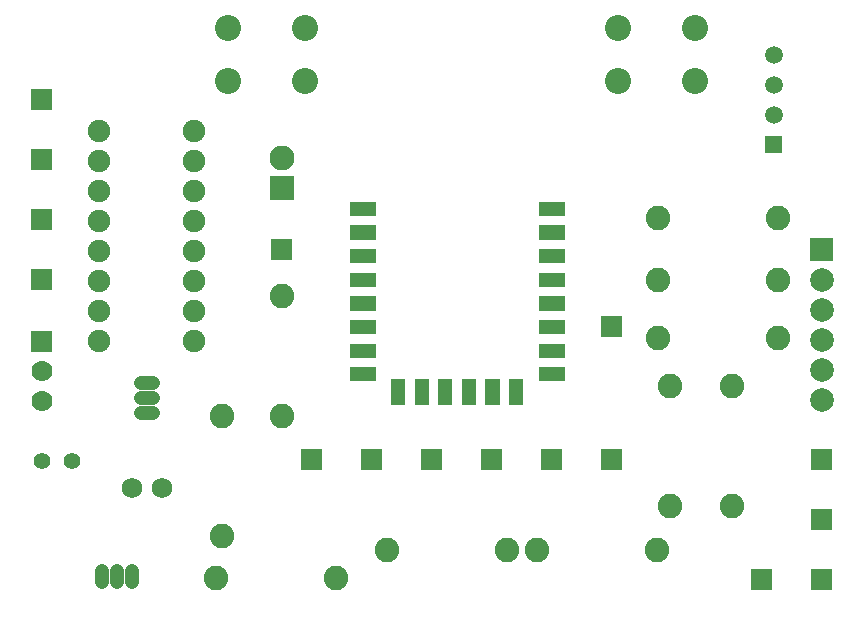
<source format=gts>
G04 Layer: TopSolderMaskLayer*
G04 EasyEDA v6.2.46, 2019-12-13T21:01:04+01:00*
G04 3005faa94037452eb19f5b3c810bd7e0,39ff71f2194a49368f8d12cd3c9184f8,10*
G04 Gerber Generator version 0.2*
G04 Scale: 100 percent, Rotated: No, Reflected: No *
G04 Dimensions in inches *
G04 leading zeros omitted , absolute positions ,2 integer and 4 decimal *
%FSLAX24Y24*%
%MOIN*%
G90*
G70D02*

%ADD32C,0.047370*%
%ADD34C,0.070000*%
%ADD35C,0.068000*%
%ADD36C,0.082000*%
%ADD37C,0.086740*%
%ADD40R,0.082803X0.082803*%
%ADD41C,0.082803*%
%ADD43C,0.059000*%
%ADD44C,0.074929*%
%ADD45C,0.078866*%
%ADD47C,0.055000*%

%LPD*%
G54D32*
G01X3500Y1796D02*
G01X3500Y1403D01*
G01X4000Y1796D02*
G01X4000Y1403D01*
G01X4500Y1796D02*
G01X4500Y1403D01*
G01X4803Y7050D02*
G01X5196Y7050D01*
G01X4803Y7550D02*
G01X5196Y7550D01*
G01X4803Y8050D02*
G01X5196Y8050D01*
G36*
G01X10150Y5150D02*
G01X10150Y5850D01*
G01X10850Y5850D01*
G01X10850Y5150D01*
G01X10150Y5150D01*
G37*
G36*
G01X12150Y5150D02*
G01X12150Y5850D01*
G01X12850Y5850D01*
G01X12850Y5150D01*
G01X12150Y5150D01*
G37*
G36*
G01X14150Y5150D02*
G01X14150Y5850D01*
G01X14850Y5850D01*
G01X14850Y5150D01*
G01X14150Y5150D01*
G37*
G36*
G01X16150Y5150D02*
G01X16150Y5850D01*
G01X16850Y5850D01*
G01X16850Y5150D01*
G01X16150Y5150D01*
G37*
G36*
G01X18150Y5150D02*
G01X18150Y5850D01*
G01X18850Y5850D01*
G01X18850Y5150D01*
G01X18150Y5150D01*
G37*
G36*
G01X1150Y17150D02*
G01X1150Y17850D01*
G01X1850Y17850D01*
G01X1850Y17150D01*
G01X1150Y17150D01*
G37*
G36*
G01X1150Y15150D02*
G01X1150Y15850D01*
G01X1850Y15850D01*
G01X1850Y15150D01*
G01X1150Y15150D01*
G37*
G36*
G01X1150Y13150D02*
G01X1150Y13850D01*
G01X1850Y13850D01*
G01X1850Y13150D01*
G01X1150Y13150D01*
G37*
G36*
G01X1150Y11150D02*
G01X1150Y11850D01*
G01X1850Y11850D01*
G01X1850Y11150D01*
G01X1150Y11150D01*
G37*
G36*
G01X9150Y12150D02*
G01X9150Y12850D01*
G01X9850Y12850D01*
G01X9850Y12150D01*
G01X9150Y12150D01*
G37*
G36*
G01X20150Y9600D02*
G01X20150Y10300D01*
G01X20850Y10300D01*
G01X20850Y9600D01*
G01X20150Y9600D01*
G37*
G36*
G01X20150Y5150D02*
G01X20150Y5850D01*
G01X20850Y5850D01*
G01X20850Y5150D01*
G01X20150Y5150D01*
G37*
G54D34*
G01X1500Y7450D03*
G01X1500Y8450D03*
G36*
G01X1150Y9100D02*
G01X1150Y9800D01*
G01X1850Y9800D01*
G01X1850Y9100D01*
G01X1150Y9100D01*
G37*
G54D35*
G01X5500Y4550D03*
G01X4500Y4550D03*
G54D36*
G01X22050Y9550D03*
G01X26050Y9550D03*
G01X7500Y2950D03*
G01X7500Y6950D03*
G01X11300Y1550D03*
G01X7300Y1550D03*
G01X22450Y7950D03*
G01X22450Y3950D03*
G01X24500Y3950D03*
G01X24500Y7950D03*
G01X9500Y6950D03*
G01X9500Y10950D03*
G01X13000Y2500D03*
G01X17000Y2500D03*
G01X22050Y11500D03*
G01X26050Y11500D03*
G36*
G01X27150Y5150D02*
G01X27150Y5850D01*
G01X27850Y5850D01*
G01X27850Y5150D01*
G01X27150Y5150D01*
G37*
G36*
G01X27150Y3150D02*
G01X27150Y3850D01*
G01X27850Y3850D01*
G01X27850Y3150D01*
G01X27150Y3150D01*
G37*
G36*
G01X27150Y1150D02*
G01X27150Y1850D01*
G01X27850Y1850D01*
G01X27850Y1150D01*
G01X27150Y1150D01*
G37*
G54D37*
G01X20720Y18114D03*
G01X23279Y18114D03*
G01X23279Y19885D03*
G01X20720Y19885D03*
G01X10279Y19885D03*
G01X7720Y19885D03*
G01X7720Y18114D03*
G01X10279Y18114D03*
G36*
G01X18065Y13615D02*
G01X18065Y14088D01*
G01X18934Y14088D01*
G01X18934Y13615D01*
G01X18065Y13615D01*
G37*
G36*
G01X18065Y12826D02*
G01X18065Y13301D01*
G01X18934Y13301D01*
G01X18934Y12826D01*
G01X18065Y12826D01*
G37*
G36*
G01X18065Y12040D02*
G01X18065Y12513D01*
G01X18934Y12513D01*
G01X18934Y12040D01*
G01X18065Y12040D01*
G37*
G36*
G01X18065Y11251D02*
G01X18065Y11726D01*
G01X18932Y11726D01*
G01X18932Y11251D01*
G01X18065Y11251D01*
G37*
G36*
G01X18065Y10465D02*
G01X18065Y10938D01*
G01X18934Y10938D01*
G01X18934Y10465D01*
G01X18065Y10465D01*
G37*
G36*
G01X18065Y9678D02*
G01X18065Y10151D01*
G01X18934Y10151D01*
G01X18934Y9678D01*
G01X18065Y9678D01*
G37*
G36*
G01X18065Y8890D02*
G01X18065Y9363D01*
G01X18932Y9363D01*
G01X18932Y8890D01*
G01X18065Y8890D01*
G37*
G36*
G01X18064Y8103D02*
G01X18064Y8576D01*
G01X18932Y8576D01*
G01X18932Y8103D01*
G01X18064Y8103D01*
G37*
G36*
G01X17080Y7315D02*
G01X17080Y8182D01*
G01X17553Y8182D01*
G01X17553Y7315D01*
G01X17080Y7315D01*
G37*
G36*
G01X16293Y7315D02*
G01X16293Y8182D01*
G01X16767Y8182D01*
G01X16767Y7315D01*
G01X16293Y7315D01*
G37*
G36*
G01X15506Y7315D02*
G01X15506Y8182D01*
G01X15980Y8182D01*
G01X15980Y7315D01*
G01X15506Y7315D01*
G37*
G36*
G01X14718Y7315D02*
G01X14718Y8182D01*
G01X15192Y8182D01*
G01X15192Y7315D01*
G01X14718Y7315D01*
G37*
G36*
G01X13931Y7315D02*
G01X13931Y8182D01*
G01X14405Y8182D01*
G01X14405Y7315D01*
G01X13931Y7315D01*
G37*
G36*
G01X13144Y7315D02*
G01X13144Y8182D01*
G01X13618Y8182D01*
G01X13618Y7315D01*
G01X13144Y7315D01*
G37*
G36*
G01X11765Y8103D02*
G01X11765Y8576D01*
G01X12634Y8576D01*
G01X12634Y8103D01*
G01X11765Y8103D01*
G37*
G36*
G01X11765Y8890D02*
G01X11765Y9363D01*
G01X12634Y9363D01*
G01X12634Y8890D01*
G01X11765Y8890D01*
G37*
G36*
G01X11765Y9678D02*
G01X11765Y10151D01*
G01X12634Y10151D01*
G01X12634Y9678D01*
G01X11765Y9678D01*
G37*
G36*
G01X11765Y10465D02*
G01X11765Y10938D01*
G01X12634Y10938D01*
G01X12634Y10465D01*
G01X11765Y10465D01*
G37*
G36*
G01X11765Y11251D02*
G01X11765Y11726D01*
G01X12634Y11726D01*
G01X12634Y11251D01*
G01X11765Y11251D01*
G37*
G36*
G01X11765Y12040D02*
G01X11765Y12513D01*
G01X12634Y12513D01*
G01X12634Y12040D01*
G01X11765Y12040D01*
G37*
G36*
G01X11765Y12826D02*
G01X11765Y13301D01*
G01X12634Y13301D01*
G01X12634Y12826D01*
G01X11765Y12826D01*
G37*
G36*
G01X11765Y13615D02*
G01X11765Y14088D01*
G01X12634Y14088D01*
G01X12634Y13615D01*
G01X11765Y13615D01*
G37*
G54D40*
G01X9500Y14550D03*
G54D41*
G01X9500Y15550D03*
G36*
G01X25605Y15705D02*
G01X25605Y16294D01*
G01X26194Y16294D01*
G01X26194Y15705D01*
G01X25605Y15705D01*
G37*
G54D43*
G01X25900Y17000D03*
G01X25900Y18000D03*
G01X25900Y19000D03*
G54D44*
G01X3425Y16450D03*
G01X3425Y15450D03*
G01X3425Y10450D03*
G01X3425Y9450D03*
G01X3425Y14450D03*
G01X3425Y13450D03*
G01X3425Y11450D03*
G01X3425Y12450D03*
G01X6574Y9450D03*
G01X6574Y10450D03*
G01X6574Y11450D03*
G01X6574Y12450D03*
G01X6574Y13450D03*
G01X6574Y14450D03*
G01X6574Y15450D03*
G01X6574Y16450D03*
G54D45*
G01X27500Y7500D03*
G01X27500Y8500D03*
G01X27500Y9500D03*
G01X27500Y10500D03*
G01X27500Y11500D03*
G36*
G01X27106Y12105D02*
G01X27106Y12894D01*
G01X27893Y12894D01*
G01X27893Y12105D01*
G01X27106Y12105D01*
G37*
G54D47*
G01X2500Y5450D03*
G01X1500Y5450D03*
G36*
G01X25150Y1150D02*
G01X25150Y1850D01*
G01X25850Y1850D01*
G01X25850Y1150D01*
G01X25150Y1150D01*
G37*
G54D36*
G01X18000Y2500D03*
G01X22000Y2500D03*
G01X22050Y13550D03*
G01X26050Y13550D03*
M00*
M02*

</source>
